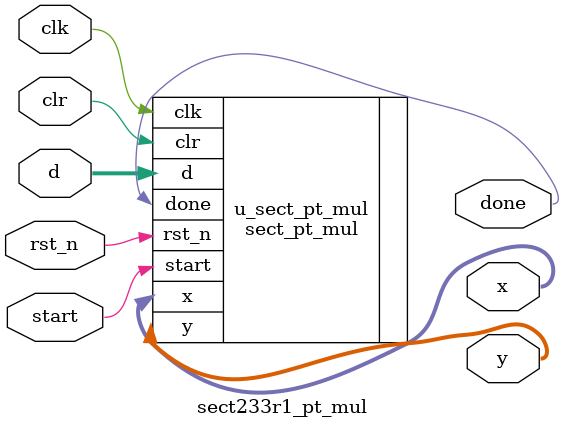
<source format=v>


module sect233r1_pt_mul (
    // System signals
    input clk,                      // system clock
    input rst_n,                    // system asynchronous reset, active low
    input clr,                      // synchronous clear

    // Data interface
    input start,                    // computation start
    input [232:0] d,                // input scalar
    output done,                    // computation done
    output [232:0] x,               // output x coordinate of d*G
    output [232:0] y                // output y coordinate of d*G
);

// Local parameters
localparam M = 233;                 // degree of f(x)
localparam FX = 233'h4000000000000000001;       // binary representation of f(x)
localparam B = 233'h66647ede6c332c7f8c0923bb58213b333b20e9ce4281fe115f7d8f90ad;         // coefficient b of E
localparam XG = 233'hfac9dfcbac8313bb2139f1bb755fef65bc391f8b36f8f8eb7371fd558b;        // x coordinate of G
localparam YG = 233'h1006a08a41903350678e58528bebf8a0beff867a7ca36716f7e01f81052;       // y coordinate of G
localparam XG_SQR = 233'hdf363367f225632bf562e6f8871c6d98b537780dfad1f3b68accc9afab;    // squaring of x coordinate of G
localparam XG_INV = 233'hb8b6e54d512aed5603c814e5c97382778751a79bfa4a0ee8213d2f5b4;     // inversion of x coordinate of G
localparam NUM_CYCLE_MUL = 4;       // number of computation cycles minus 1 in f2m_mul module (= NUM_SEG)


// Instance
sect_pt_mul #(
    .M              (M),
    .FX             (FX),
    .B              (B),
    .XG             (XG),
    .YG             (YG),
    .XG_SQR         (XG_SQR),
    .XG_INV         (XG_INV),
    .NUM_CYCLE_MUL  (NUM_CYCLE_MUL)
) u_sect_pt_mul (
    .clk            (clk),
    .rst_n          (rst_n),
    .clr            (clr),
    .start          (start),
    .d              (d),
    .done           (done),
    .x              (x),
    .y              (y)
);


endmodule

</source>
